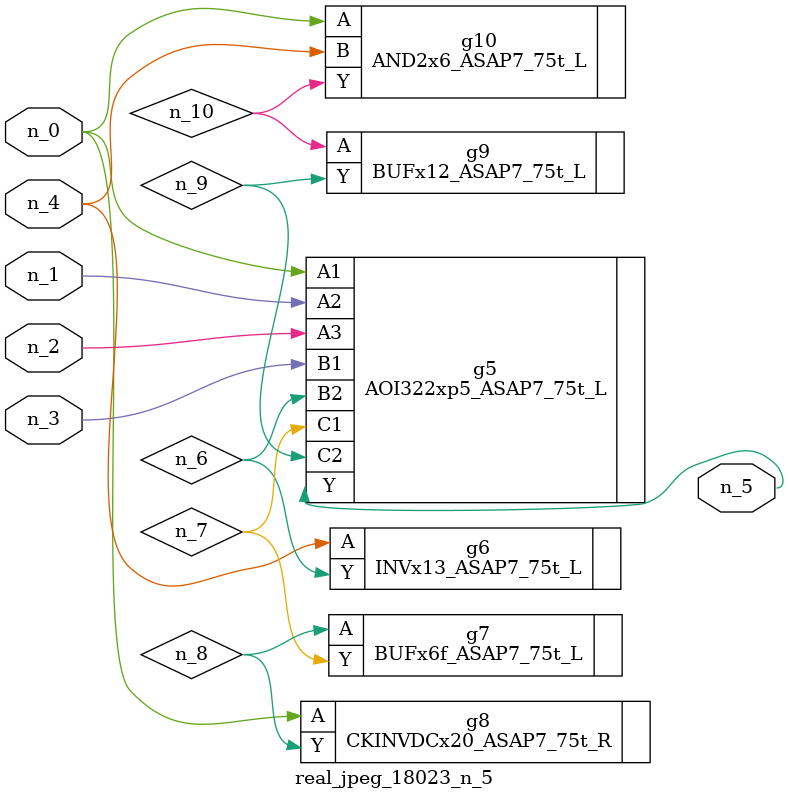
<source format=v>
module real_jpeg_18023_n_5 (n_4, n_0, n_1, n_2, n_3, n_5);

input n_4;
input n_0;
input n_1;
input n_2;
input n_3;

output n_5;

wire n_8;
wire n_6;
wire n_7;
wire n_10;
wire n_9;

AOI322xp5_ASAP7_75t_L g5 ( 
.A1(n_0),
.A2(n_1),
.A3(n_2),
.B1(n_3),
.B2(n_6),
.C1(n_7),
.C2(n_9),
.Y(n_5)
);

CKINVDCx20_ASAP7_75t_R g8 ( 
.A(n_0),
.Y(n_8)
);

AND2x6_ASAP7_75t_L g10 ( 
.A(n_0),
.B(n_4),
.Y(n_10)
);

INVx13_ASAP7_75t_L g6 ( 
.A(n_4),
.Y(n_6)
);

BUFx6f_ASAP7_75t_L g7 ( 
.A(n_8),
.Y(n_7)
);

BUFx12_ASAP7_75t_L g9 ( 
.A(n_10),
.Y(n_9)
);


endmodule
</source>
